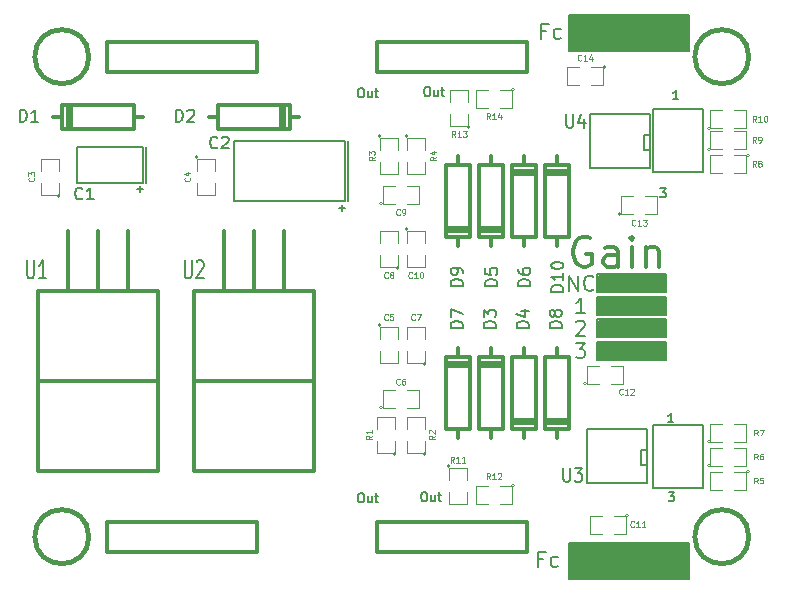
<source format=gto>
G04 (created by PCBNEW (2013-07-07 BZR 4022)-stable) date 12/7/2014 8:29:54 AM*
%MOIN*%
G04 Gerber Fmt 3.4, Leading zero omitted, Abs format*
%FSLAX34Y34*%
G01*
G70*
G90*
G04 APERTURE LIST*
%ADD10C,0.00590551*%
%ADD11C,0.00787402*%
%ADD12C,0.0075*%
%ADD13C,0.011811*%
%ADD14C,0.005*%
%ADD15C,0.0039*%
%ADD16C,0.012*%
%ADD17C,0.015*%
%ADD18C,0.0043*%
%ADD19C,0.008*%
%ADD20C,0.01*%
G04 APERTURE END LIST*
G54D10*
G54D11*
X69279Y-50011D02*
X73279Y-50011D01*
X69279Y-51211D02*
X69279Y-50011D01*
X73279Y-51211D02*
X69279Y-51211D01*
X73279Y-50011D02*
X73279Y-51211D01*
G54D12*
X68536Y-50551D02*
X68369Y-50551D01*
X68369Y-50813D02*
X68369Y-50313D01*
X68607Y-50313D01*
X69012Y-50789D02*
X68965Y-50813D01*
X68869Y-50813D01*
X68822Y-50789D01*
X68798Y-50766D01*
X68774Y-50718D01*
X68774Y-50575D01*
X68798Y-50527D01*
X68822Y-50504D01*
X68869Y-50480D01*
X68965Y-50480D01*
X69012Y-50504D01*
G54D11*
X69279Y-67611D02*
X69279Y-67711D01*
X73279Y-67611D02*
X69279Y-67611D01*
X73279Y-68811D02*
X73279Y-67611D01*
X69279Y-68811D02*
X73279Y-68811D01*
X69279Y-67611D02*
X69279Y-68811D01*
G54D12*
X68436Y-68151D02*
X68269Y-68151D01*
X68269Y-68413D02*
X68269Y-67913D01*
X68507Y-67913D01*
X68912Y-68389D02*
X68865Y-68413D01*
X68769Y-68413D01*
X68722Y-68389D01*
X68698Y-68366D01*
X68674Y-68318D01*
X68674Y-68175D01*
X68698Y-68127D01*
X68722Y-68104D01*
X68769Y-68080D01*
X68865Y-68080D01*
X68912Y-68104D01*
X64530Y-52421D02*
X64588Y-52421D01*
X64616Y-52435D01*
X64645Y-52464D01*
X64659Y-52521D01*
X64659Y-52621D01*
X64645Y-52678D01*
X64616Y-52707D01*
X64588Y-52721D01*
X64530Y-52721D01*
X64502Y-52707D01*
X64473Y-52678D01*
X64459Y-52621D01*
X64459Y-52521D01*
X64473Y-52464D01*
X64502Y-52435D01*
X64530Y-52421D01*
X64916Y-52521D02*
X64916Y-52721D01*
X64788Y-52521D02*
X64788Y-52678D01*
X64802Y-52707D01*
X64830Y-52721D01*
X64873Y-52721D01*
X64902Y-52707D01*
X64916Y-52693D01*
X65016Y-52521D02*
X65130Y-52521D01*
X65059Y-52421D02*
X65059Y-52678D01*
X65073Y-52707D01*
X65102Y-52721D01*
X65130Y-52721D01*
X62326Y-52461D02*
X62383Y-52461D01*
X62411Y-52475D01*
X62440Y-52503D01*
X62454Y-52561D01*
X62454Y-52661D01*
X62440Y-52718D01*
X62411Y-52746D01*
X62383Y-52761D01*
X62326Y-52761D01*
X62297Y-52746D01*
X62269Y-52718D01*
X62254Y-52661D01*
X62254Y-52561D01*
X62269Y-52503D01*
X62297Y-52475D01*
X62326Y-52461D01*
X62711Y-52561D02*
X62711Y-52761D01*
X62583Y-52561D02*
X62583Y-52718D01*
X62597Y-52746D01*
X62626Y-52761D01*
X62669Y-52761D01*
X62697Y-52746D01*
X62711Y-52732D01*
X62811Y-52561D02*
X62926Y-52561D01*
X62854Y-52461D02*
X62854Y-52718D01*
X62869Y-52746D01*
X62897Y-52761D01*
X62926Y-52761D01*
X62326Y-65964D02*
X62383Y-65964D01*
X62411Y-65979D01*
X62440Y-66007D01*
X62454Y-66064D01*
X62454Y-66164D01*
X62440Y-66222D01*
X62411Y-66250D01*
X62383Y-66264D01*
X62326Y-66264D01*
X62297Y-66250D01*
X62269Y-66222D01*
X62254Y-66164D01*
X62254Y-66064D01*
X62269Y-66007D01*
X62297Y-65979D01*
X62326Y-65964D01*
X62711Y-66064D02*
X62711Y-66264D01*
X62583Y-66064D02*
X62583Y-66222D01*
X62597Y-66250D01*
X62626Y-66264D01*
X62669Y-66264D01*
X62697Y-66250D01*
X62711Y-66236D01*
X62811Y-66064D02*
X62926Y-66064D01*
X62854Y-65964D02*
X62854Y-66222D01*
X62869Y-66250D01*
X62897Y-66264D01*
X62926Y-66264D01*
X64429Y-65932D02*
X64486Y-65932D01*
X64515Y-65946D01*
X64543Y-65975D01*
X64557Y-66032D01*
X64557Y-66132D01*
X64543Y-66189D01*
X64515Y-66218D01*
X64486Y-66232D01*
X64429Y-66232D01*
X64400Y-66218D01*
X64372Y-66189D01*
X64357Y-66132D01*
X64357Y-66032D01*
X64372Y-65975D01*
X64400Y-65946D01*
X64429Y-65932D01*
X64815Y-66032D02*
X64815Y-66232D01*
X64686Y-66032D02*
X64686Y-66189D01*
X64700Y-66218D01*
X64729Y-66232D01*
X64772Y-66232D01*
X64800Y-66218D01*
X64815Y-66204D01*
X64915Y-66032D02*
X65029Y-66032D01*
X64957Y-65932D02*
X64957Y-66189D01*
X64972Y-66218D01*
X65000Y-66232D01*
X65029Y-66232D01*
G54D11*
X72529Y-60911D02*
X72529Y-61511D01*
X70229Y-60911D02*
X72529Y-60911D01*
X70229Y-61511D02*
X72529Y-61511D01*
X70229Y-60911D02*
X70229Y-61511D01*
X72529Y-60161D02*
X70229Y-60161D01*
X72529Y-60761D02*
X72529Y-60161D01*
X70229Y-60761D02*
X72529Y-60761D01*
X70229Y-60161D02*
X70229Y-60761D01*
X72529Y-59261D02*
X70229Y-59261D01*
X72529Y-58661D02*
X72529Y-59261D01*
X70229Y-58661D02*
X72529Y-58661D01*
X70229Y-59261D02*
X70229Y-58661D01*
X72529Y-59411D02*
X70229Y-59411D01*
X72529Y-60011D02*
X72529Y-59411D01*
X70229Y-60011D02*
X72529Y-60011D01*
X70229Y-59411D02*
X70229Y-60011D01*
G54D12*
X69512Y-60963D02*
X69822Y-60963D01*
X69655Y-61154D01*
X69726Y-61154D01*
X69774Y-61177D01*
X69798Y-61201D01*
X69822Y-61249D01*
X69822Y-61368D01*
X69798Y-61416D01*
X69774Y-61439D01*
X69726Y-61463D01*
X69584Y-61463D01*
X69536Y-61439D01*
X69512Y-61416D01*
X69536Y-60261D02*
X69560Y-60237D01*
X69607Y-60213D01*
X69726Y-60213D01*
X69774Y-60237D01*
X69798Y-60261D01*
X69822Y-60308D01*
X69822Y-60356D01*
X69798Y-60427D01*
X69512Y-60713D01*
X69822Y-60713D01*
X69822Y-59963D02*
X69536Y-59963D01*
X69679Y-59963D02*
X69679Y-59463D01*
X69631Y-59535D01*
X69584Y-59582D01*
X69536Y-59606D01*
X72320Y-55801D02*
X72505Y-55801D01*
X72405Y-55915D01*
X72448Y-55915D01*
X72477Y-55930D01*
X72491Y-55944D01*
X72505Y-55972D01*
X72505Y-56044D01*
X72491Y-56072D01*
X72477Y-56087D01*
X72448Y-56101D01*
X72362Y-56101D01*
X72334Y-56087D01*
X72320Y-56072D01*
X72935Y-52831D02*
X72764Y-52831D01*
X72850Y-52831D02*
X72850Y-52531D01*
X72821Y-52574D01*
X72792Y-52602D01*
X72764Y-52617D01*
X72610Y-65931D02*
X72795Y-65931D01*
X72695Y-66045D01*
X72738Y-66045D01*
X72767Y-66060D01*
X72781Y-66074D01*
X72795Y-66102D01*
X72795Y-66174D01*
X72781Y-66202D01*
X72767Y-66217D01*
X72738Y-66231D01*
X72652Y-66231D01*
X72624Y-66217D01*
X72610Y-66202D01*
X72755Y-63601D02*
X72584Y-63601D01*
X72670Y-63601D02*
X72670Y-63301D01*
X72641Y-63344D01*
X72612Y-63372D01*
X72584Y-63387D01*
G54D13*
X69998Y-57463D02*
X69903Y-57416D01*
X69760Y-57416D01*
X69617Y-57463D01*
X69522Y-57558D01*
X69474Y-57654D01*
X69426Y-57844D01*
X69426Y-57987D01*
X69474Y-58177D01*
X69522Y-58273D01*
X69617Y-58368D01*
X69760Y-58416D01*
X69855Y-58416D01*
X69998Y-58368D01*
X70046Y-58320D01*
X70046Y-57987D01*
X69855Y-57987D01*
X70903Y-58416D02*
X70903Y-57892D01*
X70855Y-57796D01*
X70760Y-57749D01*
X70569Y-57749D01*
X70474Y-57796D01*
X70903Y-58368D02*
X70807Y-58416D01*
X70569Y-58416D01*
X70474Y-58368D01*
X70426Y-58273D01*
X70426Y-58177D01*
X70474Y-58082D01*
X70569Y-58035D01*
X70807Y-58035D01*
X70903Y-57987D01*
X71379Y-58416D02*
X71379Y-57749D01*
X71379Y-57416D02*
X71331Y-57463D01*
X71379Y-57511D01*
X71426Y-57463D01*
X71379Y-57416D01*
X71379Y-57511D01*
X71855Y-57749D02*
X71855Y-58416D01*
X71855Y-57844D02*
X71903Y-57796D01*
X71998Y-57749D01*
X72141Y-57749D01*
X72236Y-57796D01*
X72284Y-57892D01*
X72284Y-58416D01*
G54D12*
X69286Y-59213D02*
X69286Y-58713D01*
X69572Y-59213D01*
X69572Y-58713D01*
X70096Y-59166D02*
X70072Y-59189D01*
X70000Y-59213D01*
X69953Y-59213D01*
X69881Y-59189D01*
X69834Y-59142D01*
X69810Y-59094D01*
X69786Y-58999D01*
X69786Y-58927D01*
X69810Y-58832D01*
X69834Y-58785D01*
X69881Y-58737D01*
X69953Y-58713D01*
X70000Y-58713D01*
X70072Y-58737D01*
X70096Y-58761D01*
G54D14*
X71879Y-65611D02*
X69879Y-65611D01*
X69879Y-65611D02*
X69879Y-63811D01*
X69879Y-63811D02*
X71879Y-63811D01*
X71879Y-63811D02*
X71879Y-65611D01*
X71879Y-65011D02*
X71679Y-65011D01*
X71679Y-65011D02*
X71679Y-64511D01*
X71679Y-64511D02*
X71879Y-64511D01*
X71979Y-55111D02*
X69979Y-55111D01*
X69979Y-55111D02*
X69979Y-53311D01*
X69979Y-53311D02*
X71979Y-53311D01*
X71979Y-53311D02*
X71979Y-55111D01*
X71979Y-54511D02*
X71779Y-54511D01*
X71779Y-54511D02*
X71779Y-54011D01*
X71779Y-54011D02*
X71979Y-54011D01*
G54D15*
X67479Y-52511D02*
G75*
G03X67479Y-52511I-50J0D01*
G74*
G01*
X66979Y-52511D02*
X67379Y-52511D01*
X67379Y-52511D02*
X67379Y-53111D01*
X67379Y-53111D02*
X66979Y-53111D01*
X66579Y-53111D02*
X66179Y-53111D01*
X66179Y-53111D02*
X66179Y-52511D01*
X66179Y-52511D02*
X66579Y-52511D01*
X74000Y-65050D02*
G75*
G03X74000Y-65050I-50J0D01*
G74*
G01*
X74400Y-65050D02*
X74000Y-65050D01*
X74000Y-65050D02*
X74000Y-64450D01*
X74000Y-64450D02*
X74400Y-64450D01*
X74800Y-64450D02*
X75200Y-64450D01*
X75200Y-64450D02*
X75200Y-65050D01*
X75200Y-65050D02*
X74800Y-65050D01*
X74000Y-64250D02*
G75*
G03X74000Y-64250I-50J0D01*
G74*
G01*
X74400Y-64250D02*
X74000Y-64250D01*
X74000Y-64250D02*
X74000Y-63650D01*
X74000Y-63650D02*
X74400Y-63650D01*
X74800Y-63650D02*
X75200Y-63650D01*
X75200Y-63650D02*
X75200Y-64250D01*
X75200Y-64250D02*
X74800Y-64250D01*
X63929Y-54061D02*
G75*
G03X63929Y-54061I-50J0D01*
G74*
G01*
X63879Y-54511D02*
X63879Y-54111D01*
X63879Y-54111D02*
X64479Y-54111D01*
X64479Y-54111D02*
X64479Y-54511D01*
X64479Y-54911D02*
X64479Y-55311D01*
X64479Y-55311D02*
X63879Y-55311D01*
X63879Y-55311D02*
X63879Y-54911D01*
X63079Y-56311D02*
G75*
G03X63079Y-56311I-50J0D01*
G74*
G01*
X63479Y-56311D02*
X63079Y-56311D01*
X63079Y-56311D02*
X63079Y-55711D01*
X63079Y-55711D02*
X63479Y-55711D01*
X63879Y-55711D02*
X64279Y-55711D01*
X64279Y-55711D02*
X64279Y-56311D01*
X64279Y-56311D02*
X63879Y-56311D01*
X71029Y-56661D02*
G75*
G03X71029Y-56661I-50J0D01*
G74*
G01*
X71429Y-56661D02*
X71029Y-56661D01*
X71029Y-56661D02*
X71029Y-56061D01*
X71029Y-56061D02*
X71429Y-56061D01*
X71829Y-56061D02*
X72229Y-56061D01*
X72229Y-56061D02*
X72229Y-56661D01*
X72229Y-56661D02*
X71829Y-56661D01*
X70529Y-51761D02*
G75*
G03X70529Y-51761I-50J0D01*
G74*
G01*
X70029Y-51761D02*
X70429Y-51761D01*
X70429Y-51761D02*
X70429Y-52361D01*
X70429Y-52361D02*
X70029Y-52361D01*
X69629Y-52361D02*
X69229Y-52361D01*
X69229Y-52361D02*
X69229Y-51761D01*
X69229Y-51761D02*
X69629Y-51761D01*
X75300Y-54700D02*
G75*
G03X75300Y-54700I-50J0D01*
G74*
G01*
X74800Y-54700D02*
X75200Y-54700D01*
X75200Y-54700D02*
X75200Y-55300D01*
X75200Y-55300D02*
X74800Y-55300D01*
X74400Y-55300D02*
X74000Y-55300D01*
X74000Y-55300D02*
X74000Y-54700D01*
X74000Y-54700D02*
X74400Y-54700D01*
X74000Y-53800D02*
G75*
G03X74000Y-53800I-50J0D01*
G74*
G01*
X74400Y-53800D02*
X74000Y-53800D01*
X74000Y-53800D02*
X74000Y-53200D01*
X74000Y-53200D02*
X74400Y-53200D01*
X74800Y-53200D02*
X75200Y-53200D01*
X75200Y-53200D02*
X75200Y-53800D01*
X75200Y-53800D02*
X74800Y-53800D01*
X65979Y-53761D02*
G75*
G03X65979Y-53761I-50J0D01*
G74*
G01*
X65929Y-53311D02*
X65929Y-53711D01*
X65929Y-53711D02*
X65329Y-53711D01*
X65329Y-53711D02*
X65329Y-53311D01*
X65329Y-52911D02*
X65329Y-52511D01*
X65329Y-52511D02*
X65929Y-52511D01*
X65929Y-52511D02*
X65929Y-52911D01*
X63929Y-57161D02*
G75*
G03X63929Y-57161I-50J0D01*
G74*
G01*
X63879Y-57611D02*
X63879Y-57211D01*
X63879Y-57211D02*
X64479Y-57211D01*
X64479Y-57211D02*
X64479Y-57611D01*
X64479Y-58011D02*
X64479Y-58411D01*
X64479Y-58411D02*
X63879Y-58411D01*
X63879Y-58411D02*
X63879Y-58011D01*
X63629Y-58461D02*
G75*
G03X63629Y-58461I-50J0D01*
G74*
G01*
X63579Y-58011D02*
X63579Y-58411D01*
X63579Y-58411D02*
X62979Y-58411D01*
X62979Y-58411D02*
X62979Y-58011D01*
X62979Y-57611D02*
X62979Y-57211D01*
X62979Y-57211D02*
X63579Y-57211D01*
X63579Y-57211D02*
X63579Y-57611D01*
X63029Y-54061D02*
G75*
G03X63029Y-54061I-50J0D01*
G74*
G01*
X62979Y-54511D02*
X62979Y-54111D01*
X62979Y-54111D02*
X63579Y-54111D01*
X63579Y-54111D02*
X63579Y-54511D01*
X63579Y-54911D02*
X63579Y-55311D01*
X63579Y-55311D02*
X62979Y-55311D01*
X62979Y-55311D02*
X62979Y-54911D01*
X74000Y-54500D02*
G75*
G03X74000Y-54500I-50J0D01*
G74*
G01*
X74400Y-54500D02*
X74000Y-54500D01*
X74000Y-54500D02*
X74000Y-53900D01*
X74000Y-53900D02*
X74400Y-53900D01*
X74800Y-53900D02*
X75200Y-53900D01*
X75200Y-53900D02*
X75200Y-54500D01*
X75200Y-54500D02*
X74800Y-54500D01*
X69879Y-62311D02*
G75*
G03X69879Y-62311I-50J0D01*
G74*
G01*
X70279Y-62311D02*
X69879Y-62311D01*
X69879Y-62311D02*
X69879Y-61711D01*
X69879Y-61711D02*
X70279Y-61711D01*
X70679Y-61711D02*
X71079Y-61711D01*
X71079Y-61711D02*
X71079Y-62311D01*
X71079Y-62311D02*
X70679Y-62311D01*
X75300Y-65250D02*
G75*
G03X75300Y-65250I-50J0D01*
G74*
G01*
X74800Y-65250D02*
X75200Y-65250D01*
X75200Y-65250D02*
X75200Y-65850D01*
X75200Y-65850D02*
X74800Y-65850D01*
X74400Y-65850D02*
X74000Y-65850D01*
X74000Y-65850D02*
X74000Y-65250D01*
X74000Y-65250D02*
X74400Y-65250D01*
X71279Y-66711D02*
G75*
G03X71279Y-66711I-50J0D01*
G74*
G01*
X70779Y-66711D02*
X71179Y-66711D01*
X71179Y-66711D02*
X71179Y-67311D01*
X71179Y-67311D02*
X70779Y-67311D01*
X70379Y-67311D02*
X69979Y-67311D01*
X69979Y-67311D02*
X69979Y-66711D01*
X69979Y-66711D02*
X70379Y-66711D01*
X63079Y-63111D02*
G75*
G03X63079Y-63111I-50J0D01*
G74*
G01*
X63479Y-63111D02*
X63079Y-63111D01*
X63079Y-63111D02*
X63079Y-62511D01*
X63079Y-62511D02*
X63479Y-62511D01*
X63879Y-62511D02*
X64279Y-62511D01*
X64279Y-62511D02*
X64279Y-63111D01*
X64279Y-63111D02*
X63879Y-63111D01*
X52329Y-56061D02*
G75*
G03X52329Y-56061I-50J0D01*
G74*
G01*
X52279Y-55611D02*
X52279Y-56011D01*
X52279Y-56011D02*
X51679Y-56011D01*
X51679Y-56011D02*
X51679Y-55611D01*
X51679Y-55211D02*
X51679Y-54811D01*
X51679Y-54811D02*
X52279Y-54811D01*
X52279Y-54811D02*
X52279Y-55211D01*
X56929Y-54761D02*
G75*
G03X56929Y-54761I-50J0D01*
G74*
G01*
X56879Y-55211D02*
X56879Y-54811D01*
X56879Y-54811D02*
X57479Y-54811D01*
X57479Y-54811D02*
X57479Y-55211D01*
X57479Y-55611D02*
X57479Y-56011D01*
X57479Y-56011D02*
X56879Y-56011D01*
X56879Y-56011D02*
X56879Y-55611D01*
X64529Y-64661D02*
G75*
G03X64529Y-64661I-50J0D01*
G74*
G01*
X64479Y-64211D02*
X64479Y-64611D01*
X64479Y-64611D02*
X63879Y-64611D01*
X63879Y-64611D02*
X63879Y-64211D01*
X63879Y-63811D02*
X63879Y-63411D01*
X63879Y-63411D02*
X64479Y-63411D01*
X64479Y-63411D02*
X64479Y-63811D01*
X67479Y-65711D02*
G75*
G03X67479Y-65711I-50J0D01*
G74*
G01*
X66979Y-65711D02*
X67379Y-65711D01*
X67379Y-65711D02*
X67379Y-66311D01*
X67379Y-66311D02*
X66979Y-66311D01*
X66579Y-66311D02*
X66179Y-66311D01*
X66179Y-66311D02*
X66179Y-65711D01*
X66179Y-65711D02*
X66579Y-65711D01*
X65329Y-65061D02*
G75*
G03X65329Y-65061I-50J0D01*
G74*
G01*
X65279Y-65511D02*
X65279Y-65111D01*
X65279Y-65111D02*
X65879Y-65111D01*
X65879Y-65111D02*
X65879Y-65511D01*
X65879Y-65911D02*
X65879Y-66311D01*
X65879Y-66311D02*
X65279Y-66311D01*
X65279Y-66311D02*
X65279Y-65911D01*
X64529Y-61661D02*
G75*
G03X64529Y-61661I-50J0D01*
G74*
G01*
X64479Y-61211D02*
X64479Y-61611D01*
X64479Y-61611D02*
X63879Y-61611D01*
X63879Y-61611D02*
X63879Y-61211D01*
X63879Y-60811D02*
X63879Y-60411D01*
X63879Y-60411D02*
X64479Y-60411D01*
X64479Y-60411D02*
X64479Y-60811D01*
X63029Y-60361D02*
G75*
G03X63029Y-60361I-50J0D01*
G74*
G01*
X62979Y-60811D02*
X62979Y-60411D01*
X62979Y-60411D02*
X63579Y-60411D01*
X63579Y-60411D02*
X63579Y-60811D01*
X63579Y-61211D02*
X63579Y-61611D01*
X63579Y-61611D02*
X62979Y-61611D01*
X62979Y-61611D02*
X62979Y-61211D01*
X63529Y-64661D02*
G75*
G03X63529Y-64661I-50J0D01*
G74*
G01*
X63479Y-64211D02*
X63479Y-64611D01*
X63479Y-64611D02*
X62879Y-64611D01*
X62879Y-64611D02*
X62879Y-64211D01*
X62879Y-63811D02*
X62879Y-63411D01*
X62879Y-63411D02*
X63479Y-63411D01*
X63479Y-63411D02*
X63479Y-63811D01*
G54D16*
X65579Y-61111D02*
X65579Y-61411D01*
X65579Y-61411D02*
X65179Y-61411D01*
X65179Y-61411D02*
X65179Y-63811D01*
X65179Y-63811D02*
X65579Y-63811D01*
X65579Y-63811D02*
X65579Y-64111D01*
X65579Y-63811D02*
X65979Y-63811D01*
X65979Y-63811D02*
X65979Y-61411D01*
X65979Y-61411D02*
X65579Y-61411D01*
X65179Y-61611D02*
X65979Y-61611D01*
X65979Y-61711D02*
X65179Y-61711D01*
X60279Y-53411D02*
X59979Y-53411D01*
X59979Y-53411D02*
X59979Y-53011D01*
X59979Y-53011D02*
X57579Y-53011D01*
X57579Y-53011D02*
X57579Y-53411D01*
X57579Y-53411D02*
X57279Y-53411D01*
X57579Y-53411D02*
X57579Y-53811D01*
X57579Y-53811D02*
X59979Y-53811D01*
X59979Y-53811D02*
X59979Y-53411D01*
X59779Y-53011D02*
X59779Y-53811D01*
X59679Y-53811D02*
X59679Y-53011D01*
X65579Y-57711D02*
X65579Y-57411D01*
X65579Y-57411D02*
X65979Y-57411D01*
X65979Y-57411D02*
X65979Y-55011D01*
X65979Y-55011D02*
X65579Y-55011D01*
X65579Y-55011D02*
X65579Y-54711D01*
X65579Y-55011D02*
X65179Y-55011D01*
X65179Y-55011D02*
X65179Y-57411D01*
X65179Y-57411D02*
X65579Y-57411D01*
X65979Y-57211D02*
X65179Y-57211D01*
X65179Y-57111D02*
X65979Y-57111D01*
X68881Y-54709D02*
X68881Y-55009D01*
X68881Y-55009D02*
X68481Y-55009D01*
X68481Y-55009D02*
X68481Y-57409D01*
X68481Y-57409D02*
X68881Y-57409D01*
X68881Y-57409D02*
X68881Y-57709D01*
X68881Y-57409D02*
X69281Y-57409D01*
X69281Y-57409D02*
X69281Y-55009D01*
X69281Y-55009D02*
X68881Y-55009D01*
X68481Y-55209D02*
X69281Y-55209D01*
X69281Y-55309D02*
X68481Y-55309D01*
X66681Y-57709D02*
X66681Y-57409D01*
X66681Y-57409D02*
X67081Y-57409D01*
X67081Y-57409D02*
X67081Y-55009D01*
X67081Y-55009D02*
X66681Y-55009D01*
X66681Y-55009D02*
X66681Y-54709D01*
X66681Y-55009D02*
X66281Y-55009D01*
X66281Y-55009D02*
X66281Y-57409D01*
X66281Y-57409D02*
X66681Y-57409D01*
X67081Y-57209D02*
X66281Y-57209D01*
X66281Y-57109D02*
X67081Y-57109D01*
X67781Y-54709D02*
X67781Y-55009D01*
X67781Y-55009D02*
X67381Y-55009D01*
X67381Y-55009D02*
X67381Y-57409D01*
X67381Y-57409D02*
X67781Y-57409D01*
X67781Y-57409D02*
X67781Y-57709D01*
X67781Y-57409D02*
X68181Y-57409D01*
X68181Y-57409D02*
X68181Y-55009D01*
X68181Y-55009D02*
X67781Y-55009D01*
X67381Y-55209D02*
X68181Y-55209D01*
X68181Y-55309D02*
X67381Y-55309D01*
X52079Y-53411D02*
X52379Y-53411D01*
X52379Y-53411D02*
X52379Y-53811D01*
X52379Y-53811D02*
X54779Y-53811D01*
X54779Y-53811D02*
X54779Y-53411D01*
X54779Y-53411D02*
X55079Y-53411D01*
X54779Y-53411D02*
X54779Y-53011D01*
X54779Y-53011D02*
X52379Y-53011D01*
X52379Y-53011D02*
X52379Y-53411D01*
X52579Y-53811D02*
X52579Y-53011D01*
X52679Y-53011D02*
X52679Y-53811D01*
X68881Y-64109D02*
X68881Y-63809D01*
X68881Y-63809D02*
X69281Y-63809D01*
X69281Y-63809D02*
X69281Y-61409D01*
X69281Y-61409D02*
X68881Y-61409D01*
X68881Y-61409D02*
X68881Y-61109D01*
X68881Y-61409D02*
X68481Y-61409D01*
X68481Y-61409D02*
X68481Y-63809D01*
X68481Y-63809D02*
X68881Y-63809D01*
X69281Y-63609D02*
X68481Y-63609D01*
X68481Y-63509D02*
X69281Y-63509D01*
X67781Y-64109D02*
X67781Y-63809D01*
X67781Y-63809D02*
X68181Y-63809D01*
X68181Y-63809D02*
X68181Y-61409D01*
X68181Y-61409D02*
X67781Y-61409D01*
X67781Y-61409D02*
X67781Y-61109D01*
X67781Y-61409D02*
X67381Y-61409D01*
X67381Y-61409D02*
X67381Y-63809D01*
X67381Y-63809D02*
X67781Y-63809D01*
X68181Y-63609D02*
X67381Y-63609D01*
X67381Y-63509D02*
X68181Y-63509D01*
X66681Y-61109D02*
X66681Y-61409D01*
X66681Y-61409D02*
X66281Y-61409D01*
X66281Y-61409D02*
X66281Y-63809D01*
X66281Y-63809D02*
X66681Y-63809D01*
X66681Y-63809D02*
X66681Y-64109D01*
X66681Y-63809D02*
X67081Y-63809D01*
X67081Y-63809D02*
X67081Y-61409D01*
X67081Y-61409D02*
X66681Y-61409D01*
X66281Y-61609D02*
X67081Y-61609D01*
X67081Y-61709D02*
X66281Y-61709D01*
G54D10*
X61729Y-56361D02*
X61729Y-56561D01*
X61629Y-56461D02*
X61829Y-56461D01*
X61929Y-54211D02*
X61929Y-56211D01*
X61829Y-54211D02*
X61829Y-56211D01*
X61829Y-56211D02*
X58129Y-56211D01*
X58129Y-56211D02*
X58129Y-54211D01*
X58129Y-54211D02*
X61829Y-54211D01*
X54879Y-55811D02*
X55079Y-55811D01*
X54979Y-55711D02*
X54979Y-55911D01*
X55179Y-54411D02*
X55179Y-55611D01*
X55079Y-54411D02*
X52879Y-54411D01*
X52879Y-54411D02*
X52879Y-55611D01*
X52879Y-55611D02*
X55079Y-55611D01*
X55079Y-55611D02*
X55079Y-54411D01*
G54D16*
X59779Y-57211D02*
X59779Y-59211D01*
X58779Y-57211D02*
X58779Y-59211D01*
X57779Y-57211D02*
X57779Y-59211D01*
X60279Y-59211D02*
X56779Y-59211D01*
X56779Y-59211D02*
X56779Y-65211D01*
X56779Y-65211D02*
X60779Y-65211D01*
X60779Y-65211D02*
X60779Y-59211D01*
X60779Y-59211D02*
X60279Y-59211D01*
X57279Y-62211D02*
X60779Y-62211D01*
X57279Y-62211D02*
X56779Y-62211D01*
X54579Y-57211D02*
X54579Y-59211D01*
X53579Y-57211D02*
X53579Y-59211D01*
X52579Y-57211D02*
X52579Y-59211D01*
X55079Y-59211D02*
X51579Y-59211D01*
X51579Y-59211D02*
X51579Y-65211D01*
X51579Y-65211D02*
X55579Y-65211D01*
X55079Y-59211D02*
X55579Y-59211D01*
X52079Y-62211D02*
X55579Y-62211D01*
X52079Y-62211D02*
X51579Y-62211D01*
X55579Y-59211D02*
X55579Y-65211D01*
G54D17*
X75279Y-67411D02*
G75*
G03X75279Y-67411I-900J0D01*
G74*
G01*
X53279Y-67411D02*
G75*
G03X53279Y-67411I-900J0D01*
G74*
G01*
X53279Y-51411D02*
G75*
G03X53279Y-51411I-900J0D01*
G74*
G01*
X75279Y-51411D02*
G75*
G03X75279Y-51411I-900J0D01*
G74*
G01*
G54D16*
X53881Y-50909D02*
X53881Y-51909D01*
X58881Y-51909D02*
X58881Y-50909D01*
X53881Y-50909D02*
X58881Y-50909D01*
X58881Y-51909D02*
X53881Y-51909D01*
X53881Y-66909D02*
X53881Y-67909D01*
X58881Y-67909D02*
X58881Y-66909D01*
X53881Y-66909D02*
X58881Y-66909D01*
X58881Y-67909D02*
X53881Y-67909D01*
X62881Y-66909D02*
X62881Y-67909D01*
X67881Y-67909D02*
X67881Y-66909D01*
X62881Y-66909D02*
X67881Y-66909D01*
X67881Y-67909D02*
X62881Y-67909D01*
X62881Y-50909D02*
X62881Y-51909D01*
X67881Y-51909D02*
X67881Y-50909D01*
X62881Y-50909D02*
X67881Y-50909D01*
X67881Y-51909D02*
X62881Y-51909D01*
G54D10*
X72100Y-65800D02*
X72100Y-63700D01*
X72100Y-63700D02*
X73750Y-63700D01*
X73750Y-63700D02*
X73750Y-65800D01*
X72100Y-65800D02*
X73750Y-65800D01*
X72100Y-55250D02*
X72100Y-53150D01*
X72100Y-53150D02*
X73750Y-53150D01*
X73750Y-53150D02*
X73750Y-55250D01*
X72100Y-55250D02*
X73750Y-55250D01*
G54D14*
X69095Y-65132D02*
X69095Y-65496D01*
X69114Y-65539D01*
X69133Y-65560D01*
X69171Y-65582D01*
X69247Y-65582D01*
X69285Y-65560D01*
X69304Y-65539D01*
X69323Y-65496D01*
X69323Y-65132D01*
X69476Y-65132D02*
X69723Y-65132D01*
X69590Y-65303D01*
X69647Y-65303D01*
X69685Y-65325D01*
X69704Y-65346D01*
X69723Y-65389D01*
X69723Y-65496D01*
X69704Y-65539D01*
X69685Y-65560D01*
X69647Y-65582D01*
X69533Y-65582D01*
X69495Y-65560D01*
X69476Y-65539D01*
X69195Y-53332D02*
X69195Y-53696D01*
X69214Y-53739D01*
X69233Y-53760D01*
X69271Y-53782D01*
X69347Y-53782D01*
X69385Y-53760D01*
X69404Y-53739D01*
X69423Y-53696D01*
X69423Y-53332D01*
X69785Y-53482D02*
X69785Y-53782D01*
X69690Y-53310D02*
X69595Y-53632D01*
X69842Y-53632D01*
G54D18*
X66652Y-53490D02*
X66587Y-53397D01*
X66540Y-53490D02*
X66540Y-53293D01*
X66615Y-53293D01*
X66633Y-53303D01*
X66643Y-53312D01*
X66652Y-53331D01*
X66652Y-53359D01*
X66643Y-53378D01*
X66633Y-53387D01*
X66615Y-53397D01*
X66540Y-53397D01*
X66840Y-53490D02*
X66727Y-53490D01*
X66784Y-53490D02*
X66784Y-53293D01*
X66765Y-53322D01*
X66746Y-53340D01*
X66727Y-53350D01*
X67009Y-53359D02*
X67009Y-53490D01*
X66962Y-53284D02*
X66915Y-53425D01*
X67037Y-53425D01*
X75577Y-64839D02*
X75511Y-64745D01*
X75464Y-64839D02*
X75464Y-64642D01*
X75539Y-64642D01*
X75558Y-64652D01*
X75567Y-64661D01*
X75577Y-64680D01*
X75577Y-64708D01*
X75567Y-64727D01*
X75558Y-64736D01*
X75539Y-64745D01*
X75464Y-64745D01*
X75746Y-64642D02*
X75708Y-64642D01*
X75689Y-64652D01*
X75680Y-64661D01*
X75661Y-64689D01*
X75652Y-64727D01*
X75652Y-64802D01*
X75661Y-64820D01*
X75670Y-64830D01*
X75689Y-64839D01*
X75727Y-64839D01*
X75746Y-64830D01*
X75755Y-64820D01*
X75764Y-64802D01*
X75764Y-64755D01*
X75755Y-64736D01*
X75746Y-64727D01*
X75727Y-64717D01*
X75689Y-64717D01*
X75670Y-64727D01*
X75661Y-64736D01*
X75652Y-64755D01*
X75577Y-64039D02*
X75511Y-63945D01*
X75464Y-64039D02*
X75464Y-63842D01*
X75539Y-63842D01*
X75558Y-63852D01*
X75567Y-63861D01*
X75577Y-63880D01*
X75577Y-63908D01*
X75567Y-63927D01*
X75558Y-63936D01*
X75539Y-63945D01*
X75464Y-63945D01*
X75642Y-63842D02*
X75774Y-63842D01*
X75689Y-64039D01*
X64859Y-54744D02*
X64765Y-54809D01*
X64859Y-54856D02*
X64662Y-54856D01*
X64662Y-54781D01*
X64671Y-54762D01*
X64680Y-54753D01*
X64699Y-54744D01*
X64727Y-54744D01*
X64746Y-54753D01*
X64755Y-54762D01*
X64765Y-54781D01*
X64765Y-54856D01*
X64727Y-54575D02*
X64859Y-54575D01*
X64652Y-54622D02*
X64793Y-54669D01*
X64793Y-54547D01*
X63646Y-56672D02*
X63637Y-56681D01*
X63609Y-56690D01*
X63590Y-56690D01*
X63562Y-56681D01*
X63543Y-56662D01*
X63533Y-56644D01*
X63524Y-56606D01*
X63524Y-56578D01*
X63533Y-56540D01*
X63543Y-56522D01*
X63562Y-56503D01*
X63590Y-56493D01*
X63609Y-56493D01*
X63637Y-56503D01*
X63646Y-56512D01*
X63740Y-56690D02*
X63777Y-56690D01*
X63796Y-56681D01*
X63806Y-56672D01*
X63824Y-56644D01*
X63834Y-56606D01*
X63834Y-56531D01*
X63824Y-56512D01*
X63815Y-56503D01*
X63796Y-56493D01*
X63759Y-56493D01*
X63740Y-56503D01*
X63730Y-56512D01*
X63721Y-56531D01*
X63721Y-56578D01*
X63730Y-56597D01*
X63740Y-56606D01*
X63759Y-56615D01*
X63796Y-56615D01*
X63815Y-56606D01*
X63824Y-56597D01*
X63834Y-56578D01*
X71502Y-57022D02*
X71493Y-57031D01*
X71465Y-57040D01*
X71446Y-57040D01*
X71418Y-57031D01*
X71399Y-57012D01*
X71390Y-56994D01*
X71380Y-56956D01*
X71380Y-56928D01*
X71390Y-56890D01*
X71399Y-56872D01*
X71418Y-56853D01*
X71446Y-56843D01*
X71465Y-56843D01*
X71493Y-56853D01*
X71502Y-56862D01*
X71690Y-57040D02*
X71577Y-57040D01*
X71634Y-57040D02*
X71634Y-56843D01*
X71615Y-56872D01*
X71596Y-56890D01*
X71577Y-56900D01*
X71756Y-56843D02*
X71877Y-56843D01*
X71812Y-56919D01*
X71840Y-56919D01*
X71859Y-56928D01*
X71868Y-56937D01*
X71877Y-56956D01*
X71877Y-57003D01*
X71868Y-57022D01*
X71859Y-57031D01*
X71840Y-57040D01*
X71784Y-57040D01*
X71765Y-57031D01*
X71756Y-57022D01*
X69702Y-51522D02*
X69693Y-51531D01*
X69665Y-51540D01*
X69646Y-51540D01*
X69618Y-51531D01*
X69599Y-51512D01*
X69590Y-51494D01*
X69580Y-51456D01*
X69580Y-51428D01*
X69590Y-51390D01*
X69599Y-51372D01*
X69618Y-51353D01*
X69646Y-51343D01*
X69665Y-51343D01*
X69693Y-51353D01*
X69702Y-51362D01*
X69890Y-51540D02*
X69777Y-51540D01*
X69834Y-51540D02*
X69834Y-51343D01*
X69815Y-51372D01*
X69796Y-51390D01*
X69777Y-51400D01*
X70059Y-51409D02*
X70059Y-51540D01*
X70012Y-51334D02*
X69965Y-51475D01*
X70087Y-51475D01*
X75517Y-55079D02*
X75451Y-54985D01*
X75404Y-55079D02*
X75404Y-54882D01*
X75479Y-54882D01*
X75498Y-54892D01*
X75507Y-54901D01*
X75517Y-54920D01*
X75517Y-54948D01*
X75507Y-54967D01*
X75498Y-54976D01*
X75479Y-54985D01*
X75404Y-54985D01*
X75629Y-54967D02*
X75610Y-54957D01*
X75601Y-54948D01*
X75592Y-54929D01*
X75592Y-54920D01*
X75601Y-54901D01*
X75610Y-54892D01*
X75629Y-54882D01*
X75667Y-54882D01*
X75686Y-54892D01*
X75695Y-54901D01*
X75704Y-54920D01*
X75704Y-54929D01*
X75695Y-54948D01*
X75686Y-54957D01*
X75667Y-54967D01*
X75629Y-54967D01*
X75610Y-54976D01*
X75601Y-54985D01*
X75592Y-55004D01*
X75592Y-55042D01*
X75601Y-55060D01*
X75610Y-55070D01*
X75629Y-55079D01*
X75667Y-55079D01*
X75686Y-55070D01*
X75695Y-55060D01*
X75704Y-55042D01*
X75704Y-55004D01*
X75695Y-54985D01*
X75686Y-54976D01*
X75667Y-54967D01*
X75523Y-53579D02*
X75457Y-53485D01*
X75410Y-53579D02*
X75410Y-53382D01*
X75485Y-53382D01*
X75504Y-53392D01*
X75513Y-53401D01*
X75523Y-53420D01*
X75523Y-53448D01*
X75513Y-53467D01*
X75504Y-53476D01*
X75485Y-53485D01*
X75410Y-53485D01*
X75710Y-53579D02*
X75598Y-53579D01*
X75654Y-53579D02*
X75654Y-53382D01*
X75635Y-53410D01*
X75617Y-53429D01*
X75598Y-53439D01*
X75832Y-53382D02*
X75851Y-53382D01*
X75870Y-53392D01*
X75879Y-53401D01*
X75889Y-53420D01*
X75898Y-53457D01*
X75898Y-53504D01*
X75889Y-53542D01*
X75879Y-53560D01*
X75870Y-53570D01*
X75851Y-53579D01*
X75832Y-53579D01*
X75814Y-53570D01*
X75804Y-53560D01*
X75795Y-53542D01*
X75786Y-53504D01*
X75786Y-53457D01*
X75795Y-53420D01*
X75804Y-53401D01*
X75814Y-53392D01*
X75832Y-53382D01*
X65502Y-54090D02*
X65437Y-53997D01*
X65390Y-54090D02*
X65390Y-53893D01*
X65465Y-53893D01*
X65483Y-53903D01*
X65493Y-53912D01*
X65502Y-53931D01*
X65502Y-53959D01*
X65493Y-53978D01*
X65483Y-53987D01*
X65465Y-53997D01*
X65390Y-53997D01*
X65690Y-54090D02*
X65577Y-54090D01*
X65634Y-54090D02*
X65634Y-53893D01*
X65615Y-53922D01*
X65596Y-53940D01*
X65577Y-53950D01*
X65756Y-53893D02*
X65877Y-53893D01*
X65812Y-53969D01*
X65840Y-53969D01*
X65859Y-53978D01*
X65868Y-53987D01*
X65877Y-54006D01*
X65877Y-54053D01*
X65868Y-54072D01*
X65859Y-54081D01*
X65840Y-54090D01*
X65784Y-54090D01*
X65765Y-54081D01*
X65756Y-54072D01*
X64052Y-58772D02*
X64043Y-58781D01*
X64015Y-58790D01*
X63996Y-58790D01*
X63968Y-58781D01*
X63949Y-58762D01*
X63940Y-58744D01*
X63930Y-58706D01*
X63930Y-58678D01*
X63940Y-58640D01*
X63949Y-58622D01*
X63968Y-58603D01*
X63996Y-58593D01*
X64015Y-58593D01*
X64043Y-58603D01*
X64052Y-58612D01*
X64240Y-58790D02*
X64127Y-58790D01*
X64184Y-58790D02*
X64184Y-58593D01*
X64165Y-58622D01*
X64146Y-58640D01*
X64127Y-58650D01*
X64362Y-58593D02*
X64381Y-58593D01*
X64399Y-58603D01*
X64409Y-58612D01*
X64418Y-58631D01*
X64427Y-58669D01*
X64427Y-58715D01*
X64418Y-58753D01*
X64409Y-58772D01*
X64399Y-58781D01*
X64381Y-58790D01*
X64362Y-58790D01*
X64343Y-58781D01*
X64334Y-58772D01*
X64324Y-58753D01*
X64315Y-58715D01*
X64315Y-58669D01*
X64324Y-58631D01*
X64334Y-58612D01*
X64343Y-58603D01*
X64362Y-58593D01*
X63246Y-58772D02*
X63237Y-58781D01*
X63209Y-58790D01*
X63190Y-58790D01*
X63162Y-58781D01*
X63143Y-58762D01*
X63133Y-58744D01*
X63124Y-58706D01*
X63124Y-58678D01*
X63133Y-58640D01*
X63143Y-58622D01*
X63162Y-58603D01*
X63190Y-58593D01*
X63209Y-58593D01*
X63237Y-58603D01*
X63246Y-58612D01*
X63359Y-58678D02*
X63340Y-58669D01*
X63330Y-58659D01*
X63321Y-58640D01*
X63321Y-58631D01*
X63330Y-58612D01*
X63340Y-58603D01*
X63359Y-58593D01*
X63396Y-58593D01*
X63415Y-58603D01*
X63424Y-58612D01*
X63434Y-58631D01*
X63434Y-58640D01*
X63424Y-58659D01*
X63415Y-58669D01*
X63396Y-58678D01*
X63359Y-58678D01*
X63340Y-58687D01*
X63330Y-58697D01*
X63321Y-58715D01*
X63321Y-58753D01*
X63330Y-58772D01*
X63340Y-58781D01*
X63359Y-58790D01*
X63396Y-58790D01*
X63415Y-58781D01*
X63424Y-58772D01*
X63434Y-58753D01*
X63434Y-58715D01*
X63424Y-58697D01*
X63415Y-58687D01*
X63396Y-58678D01*
X62809Y-54744D02*
X62715Y-54809D01*
X62809Y-54856D02*
X62612Y-54856D01*
X62612Y-54781D01*
X62621Y-54762D01*
X62630Y-54753D01*
X62649Y-54744D01*
X62677Y-54744D01*
X62696Y-54753D01*
X62705Y-54762D01*
X62715Y-54781D01*
X62715Y-54856D01*
X62612Y-54678D02*
X62612Y-54556D01*
X62687Y-54622D01*
X62687Y-54593D01*
X62696Y-54575D01*
X62705Y-54565D01*
X62724Y-54556D01*
X62771Y-54556D01*
X62790Y-54565D01*
X62799Y-54575D01*
X62809Y-54593D01*
X62809Y-54650D01*
X62799Y-54669D01*
X62790Y-54678D01*
X75517Y-54279D02*
X75451Y-54185D01*
X75404Y-54279D02*
X75404Y-54082D01*
X75479Y-54082D01*
X75498Y-54092D01*
X75507Y-54101D01*
X75517Y-54120D01*
X75517Y-54148D01*
X75507Y-54167D01*
X75498Y-54176D01*
X75479Y-54185D01*
X75404Y-54185D01*
X75610Y-54279D02*
X75648Y-54279D01*
X75667Y-54270D01*
X75676Y-54260D01*
X75695Y-54232D01*
X75704Y-54195D01*
X75704Y-54120D01*
X75695Y-54101D01*
X75686Y-54092D01*
X75667Y-54082D01*
X75629Y-54082D01*
X75610Y-54092D01*
X75601Y-54101D01*
X75592Y-54120D01*
X75592Y-54167D01*
X75601Y-54185D01*
X75610Y-54195D01*
X75629Y-54204D01*
X75667Y-54204D01*
X75686Y-54195D01*
X75695Y-54185D01*
X75704Y-54167D01*
X71073Y-62660D02*
X71063Y-62670D01*
X71035Y-62679D01*
X71017Y-62679D01*
X70988Y-62670D01*
X70970Y-62651D01*
X70960Y-62632D01*
X70951Y-62595D01*
X70951Y-62567D01*
X70960Y-62529D01*
X70970Y-62510D01*
X70988Y-62492D01*
X71017Y-62482D01*
X71035Y-62482D01*
X71063Y-62492D01*
X71073Y-62501D01*
X71260Y-62679D02*
X71148Y-62679D01*
X71204Y-62679D02*
X71204Y-62482D01*
X71185Y-62510D01*
X71167Y-62529D01*
X71148Y-62539D01*
X71336Y-62501D02*
X71345Y-62492D01*
X71364Y-62482D01*
X71411Y-62482D01*
X71429Y-62492D01*
X71439Y-62501D01*
X71448Y-62520D01*
X71448Y-62539D01*
X71439Y-62567D01*
X71326Y-62679D01*
X71448Y-62679D01*
X75577Y-65639D02*
X75511Y-65545D01*
X75464Y-65639D02*
X75464Y-65442D01*
X75539Y-65442D01*
X75558Y-65452D01*
X75567Y-65461D01*
X75577Y-65480D01*
X75577Y-65508D01*
X75567Y-65527D01*
X75558Y-65536D01*
X75539Y-65545D01*
X75464Y-65545D01*
X75755Y-65442D02*
X75661Y-65442D01*
X75652Y-65536D01*
X75661Y-65527D01*
X75680Y-65517D01*
X75727Y-65517D01*
X75746Y-65527D01*
X75755Y-65536D01*
X75764Y-65555D01*
X75764Y-65602D01*
X75755Y-65620D01*
X75746Y-65630D01*
X75727Y-65639D01*
X75680Y-65639D01*
X75661Y-65630D01*
X75652Y-65620D01*
X71452Y-67072D02*
X71443Y-67081D01*
X71415Y-67090D01*
X71396Y-67090D01*
X71368Y-67081D01*
X71349Y-67062D01*
X71340Y-67044D01*
X71330Y-67006D01*
X71330Y-66978D01*
X71340Y-66940D01*
X71349Y-66922D01*
X71368Y-66903D01*
X71396Y-66893D01*
X71415Y-66893D01*
X71443Y-66903D01*
X71452Y-66912D01*
X71640Y-67090D02*
X71527Y-67090D01*
X71584Y-67090D02*
X71584Y-66893D01*
X71565Y-66922D01*
X71546Y-66940D01*
X71527Y-66950D01*
X71827Y-67090D02*
X71715Y-67090D01*
X71771Y-67090D02*
X71771Y-66893D01*
X71752Y-66922D01*
X71734Y-66940D01*
X71715Y-66950D01*
X63646Y-62322D02*
X63637Y-62331D01*
X63609Y-62340D01*
X63590Y-62340D01*
X63562Y-62331D01*
X63543Y-62312D01*
X63533Y-62294D01*
X63524Y-62256D01*
X63524Y-62228D01*
X63533Y-62190D01*
X63543Y-62172D01*
X63562Y-62153D01*
X63590Y-62143D01*
X63609Y-62143D01*
X63637Y-62153D01*
X63646Y-62162D01*
X63815Y-62143D02*
X63777Y-62143D01*
X63759Y-62153D01*
X63749Y-62162D01*
X63730Y-62190D01*
X63721Y-62228D01*
X63721Y-62303D01*
X63730Y-62322D01*
X63740Y-62331D01*
X63759Y-62340D01*
X63796Y-62340D01*
X63815Y-62331D01*
X63824Y-62322D01*
X63834Y-62303D01*
X63834Y-62256D01*
X63824Y-62237D01*
X63815Y-62228D01*
X63796Y-62219D01*
X63759Y-62219D01*
X63740Y-62228D01*
X63730Y-62237D01*
X63721Y-62256D01*
X51440Y-55444D02*
X51449Y-55453D01*
X51459Y-55481D01*
X51459Y-55500D01*
X51449Y-55528D01*
X51430Y-55547D01*
X51412Y-55556D01*
X51374Y-55566D01*
X51346Y-55566D01*
X51309Y-55556D01*
X51290Y-55547D01*
X51271Y-55528D01*
X51262Y-55500D01*
X51262Y-55481D01*
X51271Y-55453D01*
X51280Y-55444D01*
X51262Y-55378D02*
X51262Y-55256D01*
X51337Y-55322D01*
X51337Y-55293D01*
X51346Y-55275D01*
X51355Y-55265D01*
X51374Y-55256D01*
X51421Y-55256D01*
X51440Y-55265D01*
X51449Y-55275D01*
X51459Y-55293D01*
X51459Y-55350D01*
X51449Y-55369D01*
X51440Y-55378D01*
X56640Y-55444D02*
X56649Y-55453D01*
X56659Y-55481D01*
X56659Y-55500D01*
X56649Y-55528D01*
X56630Y-55547D01*
X56612Y-55556D01*
X56574Y-55566D01*
X56546Y-55566D01*
X56509Y-55556D01*
X56490Y-55547D01*
X56471Y-55528D01*
X56462Y-55500D01*
X56462Y-55481D01*
X56471Y-55453D01*
X56480Y-55444D01*
X56527Y-55275D02*
X56659Y-55275D01*
X56452Y-55322D02*
X56593Y-55369D01*
X56593Y-55247D01*
X64809Y-64044D02*
X64715Y-64109D01*
X64809Y-64156D02*
X64612Y-64156D01*
X64612Y-64081D01*
X64621Y-64062D01*
X64630Y-64053D01*
X64649Y-64044D01*
X64677Y-64044D01*
X64696Y-64053D01*
X64705Y-64062D01*
X64715Y-64081D01*
X64715Y-64156D01*
X64630Y-63969D02*
X64621Y-63959D01*
X64612Y-63940D01*
X64612Y-63893D01*
X64621Y-63875D01*
X64630Y-63865D01*
X64649Y-63856D01*
X64668Y-63856D01*
X64696Y-63865D01*
X64809Y-63978D01*
X64809Y-63856D01*
X66652Y-65490D02*
X66587Y-65397D01*
X66540Y-65490D02*
X66540Y-65293D01*
X66615Y-65293D01*
X66633Y-65303D01*
X66643Y-65312D01*
X66652Y-65331D01*
X66652Y-65359D01*
X66643Y-65378D01*
X66633Y-65387D01*
X66615Y-65397D01*
X66540Y-65397D01*
X66840Y-65490D02*
X66727Y-65490D01*
X66784Y-65490D02*
X66784Y-65293D01*
X66765Y-65322D01*
X66746Y-65340D01*
X66727Y-65350D01*
X66915Y-65312D02*
X66924Y-65303D01*
X66943Y-65293D01*
X66990Y-65293D01*
X67009Y-65303D01*
X67018Y-65312D01*
X67027Y-65331D01*
X67027Y-65350D01*
X67018Y-65378D01*
X66906Y-65490D01*
X67027Y-65490D01*
X65452Y-64940D02*
X65387Y-64847D01*
X65340Y-64940D02*
X65340Y-64743D01*
X65415Y-64743D01*
X65433Y-64753D01*
X65443Y-64762D01*
X65452Y-64781D01*
X65452Y-64809D01*
X65443Y-64828D01*
X65433Y-64837D01*
X65415Y-64847D01*
X65340Y-64847D01*
X65640Y-64940D02*
X65527Y-64940D01*
X65584Y-64940D02*
X65584Y-64743D01*
X65565Y-64772D01*
X65546Y-64790D01*
X65527Y-64800D01*
X65827Y-64940D02*
X65715Y-64940D01*
X65771Y-64940D02*
X65771Y-64743D01*
X65752Y-64772D01*
X65734Y-64790D01*
X65715Y-64800D01*
X64146Y-60172D02*
X64137Y-60181D01*
X64109Y-60190D01*
X64090Y-60190D01*
X64062Y-60181D01*
X64043Y-60162D01*
X64033Y-60144D01*
X64024Y-60106D01*
X64024Y-60078D01*
X64033Y-60040D01*
X64043Y-60022D01*
X64062Y-60003D01*
X64090Y-59993D01*
X64109Y-59993D01*
X64137Y-60003D01*
X64146Y-60012D01*
X64212Y-59993D02*
X64343Y-59993D01*
X64259Y-60190D01*
X63246Y-60172D02*
X63237Y-60181D01*
X63209Y-60190D01*
X63190Y-60190D01*
X63162Y-60181D01*
X63143Y-60162D01*
X63133Y-60144D01*
X63124Y-60106D01*
X63124Y-60078D01*
X63133Y-60040D01*
X63143Y-60022D01*
X63162Y-60003D01*
X63190Y-59993D01*
X63209Y-59993D01*
X63237Y-60003D01*
X63246Y-60012D01*
X63424Y-59993D02*
X63330Y-59993D01*
X63321Y-60087D01*
X63330Y-60078D01*
X63349Y-60069D01*
X63396Y-60069D01*
X63415Y-60078D01*
X63424Y-60087D01*
X63434Y-60106D01*
X63434Y-60153D01*
X63424Y-60172D01*
X63415Y-60181D01*
X63396Y-60190D01*
X63349Y-60190D01*
X63330Y-60181D01*
X63321Y-60172D01*
X62709Y-64044D02*
X62615Y-64109D01*
X62709Y-64156D02*
X62512Y-64156D01*
X62512Y-64081D01*
X62521Y-64062D01*
X62530Y-64053D01*
X62549Y-64044D01*
X62577Y-64044D01*
X62596Y-64053D01*
X62605Y-64062D01*
X62615Y-64081D01*
X62615Y-64156D01*
X62709Y-63856D02*
X62709Y-63969D01*
X62709Y-63912D02*
X62512Y-63912D01*
X62540Y-63931D01*
X62559Y-63950D01*
X62568Y-63969D01*
G54D19*
X65741Y-60456D02*
X65341Y-60456D01*
X65341Y-60361D01*
X65360Y-60304D01*
X65398Y-60266D01*
X65436Y-60246D01*
X65512Y-60227D01*
X65569Y-60227D01*
X65646Y-60246D01*
X65684Y-60266D01*
X65722Y-60304D01*
X65741Y-60361D01*
X65741Y-60456D01*
X65341Y-60094D02*
X65341Y-59827D01*
X65741Y-59999D01*
X56184Y-53573D02*
X56184Y-53173D01*
X56279Y-53173D01*
X56336Y-53192D01*
X56374Y-53230D01*
X56393Y-53268D01*
X56412Y-53344D01*
X56412Y-53401D01*
X56393Y-53477D01*
X56374Y-53516D01*
X56336Y-53554D01*
X56279Y-53573D01*
X56184Y-53573D01*
X56565Y-53211D02*
X56584Y-53192D01*
X56622Y-53173D01*
X56717Y-53173D01*
X56755Y-53192D01*
X56774Y-53211D01*
X56793Y-53249D01*
X56793Y-53287D01*
X56774Y-53344D01*
X56546Y-53573D01*
X56793Y-53573D01*
X65741Y-59056D02*
X65341Y-59056D01*
X65341Y-58961D01*
X65360Y-58904D01*
X65398Y-58866D01*
X65436Y-58846D01*
X65512Y-58827D01*
X65569Y-58827D01*
X65646Y-58846D01*
X65684Y-58866D01*
X65722Y-58904D01*
X65741Y-58961D01*
X65741Y-59056D01*
X65741Y-58637D02*
X65741Y-58561D01*
X65722Y-58523D01*
X65703Y-58504D01*
X65646Y-58466D01*
X65569Y-58446D01*
X65417Y-58446D01*
X65379Y-58466D01*
X65360Y-58485D01*
X65341Y-58523D01*
X65341Y-58599D01*
X65360Y-58637D01*
X65379Y-58656D01*
X65417Y-58675D01*
X65512Y-58675D01*
X65550Y-58656D01*
X65569Y-58637D01*
X65588Y-58599D01*
X65588Y-58523D01*
X65569Y-58485D01*
X65550Y-58466D01*
X65512Y-58446D01*
X69093Y-59245D02*
X68693Y-59245D01*
X68693Y-59149D01*
X68712Y-59092D01*
X68750Y-59054D01*
X68789Y-59035D01*
X68865Y-59016D01*
X68922Y-59016D01*
X68998Y-59035D01*
X69036Y-59054D01*
X69074Y-59092D01*
X69093Y-59149D01*
X69093Y-59245D01*
X69093Y-58635D02*
X69093Y-58864D01*
X69093Y-58749D02*
X68693Y-58749D01*
X68750Y-58788D01*
X68789Y-58826D01*
X68808Y-58864D01*
X68693Y-58388D02*
X68693Y-58349D01*
X68712Y-58311D01*
X68731Y-58292D01*
X68769Y-58273D01*
X68846Y-58254D01*
X68941Y-58254D01*
X69017Y-58273D01*
X69055Y-58292D01*
X69074Y-58311D01*
X69093Y-58349D01*
X69093Y-58388D01*
X69074Y-58426D01*
X69055Y-58445D01*
X69017Y-58464D01*
X68941Y-58483D01*
X68846Y-58483D01*
X68769Y-58464D01*
X68731Y-58445D01*
X68712Y-58426D01*
X68693Y-58388D01*
X66893Y-59054D02*
X66493Y-59054D01*
X66493Y-58959D01*
X66512Y-58902D01*
X66550Y-58864D01*
X66589Y-58845D01*
X66665Y-58826D01*
X66722Y-58826D01*
X66798Y-58845D01*
X66836Y-58864D01*
X66874Y-58902D01*
X66893Y-58959D01*
X66893Y-59054D01*
X66493Y-58464D02*
X66493Y-58654D01*
X66684Y-58673D01*
X66665Y-58654D01*
X66646Y-58616D01*
X66646Y-58521D01*
X66665Y-58483D01*
X66684Y-58464D01*
X66722Y-58445D01*
X66817Y-58445D01*
X66855Y-58464D01*
X66874Y-58483D01*
X66893Y-58521D01*
X66893Y-58616D01*
X66874Y-58654D01*
X66855Y-58673D01*
X67993Y-59054D02*
X67593Y-59054D01*
X67593Y-58959D01*
X67612Y-58902D01*
X67650Y-58864D01*
X67689Y-58845D01*
X67765Y-58826D01*
X67822Y-58826D01*
X67898Y-58845D01*
X67936Y-58864D01*
X67974Y-58902D01*
X67993Y-58959D01*
X67993Y-59054D01*
X67593Y-58483D02*
X67593Y-58559D01*
X67612Y-58597D01*
X67631Y-58616D01*
X67689Y-58654D01*
X67765Y-58673D01*
X67917Y-58673D01*
X67955Y-58654D01*
X67974Y-58635D01*
X67993Y-58597D01*
X67993Y-58521D01*
X67974Y-58483D01*
X67955Y-58464D01*
X67917Y-58445D01*
X67822Y-58445D01*
X67784Y-58464D01*
X67765Y-58483D01*
X67746Y-58521D01*
X67746Y-58597D01*
X67765Y-58635D01*
X67784Y-58654D01*
X67822Y-58673D01*
X50984Y-53573D02*
X50984Y-53173D01*
X51079Y-53173D01*
X51136Y-53192D01*
X51174Y-53230D01*
X51193Y-53268D01*
X51212Y-53344D01*
X51212Y-53401D01*
X51193Y-53477D01*
X51174Y-53516D01*
X51136Y-53554D01*
X51079Y-53573D01*
X50984Y-53573D01*
X51593Y-53573D02*
X51365Y-53573D01*
X51479Y-53573D02*
X51479Y-53173D01*
X51441Y-53230D01*
X51403Y-53268D01*
X51365Y-53287D01*
X69043Y-60454D02*
X68643Y-60454D01*
X68643Y-60359D01*
X68662Y-60302D01*
X68700Y-60264D01*
X68739Y-60245D01*
X68815Y-60226D01*
X68872Y-60226D01*
X68948Y-60245D01*
X68986Y-60264D01*
X69024Y-60302D01*
X69043Y-60359D01*
X69043Y-60454D01*
X68815Y-59997D02*
X68796Y-60035D01*
X68777Y-60054D01*
X68739Y-60073D01*
X68719Y-60073D01*
X68681Y-60054D01*
X68662Y-60035D01*
X68643Y-59997D01*
X68643Y-59921D01*
X68662Y-59883D01*
X68681Y-59864D01*
X68719Y-59845D01*
X68739Y-59845D01*
X68777Y-59864D01*
X68796Y-59883D01*
X68815Y-59921D01*
X68815Y-59997D01*
X68834Y-60035D01*
X68853Y-60054D01*
X68891Y-60073D01*
X68967Y-60073D01*
X69005Y-60054D01*
X69024Y-60035D01*
X69043Y-59997D01*
X69043Y-59921D01*
X69024Y-59883D01*
X69005Y-59864D01*
X68967Y-59845D01*
X68891Y-59845D01*
X68853Y-59864D01*
X68834Y-59883D01*
X68815Y-59921D01*
X67943Y-60454D02*
X67543Y-60454D01*
X67543Y-60359D01*
X67562Y-60302D01*
X67600Y-60264D01*
X67639Y-60245D01*
X67715Y-60226D01*
X67772Y-60226D01*
X67848Y-60245D01*
X67886Y-60264D01*
X67924Y-60302D01*
X67943Y-60359D01*
X67943Y-60454D01*
X67677Y-59883D02*
X67943Y-59883D01*
X67524Y-59978D02*
X67810Y-60073D01*
X67810Y-59826D01*
X66843Y-60454D02*
X66443Y-60454D01*
X66443Y-60359D01*
X66462Y-60302D01*
X66500Y-60264D01*
X66539Y-60245D01*
X66615Y-60226D01*
X66672Y-60226D01*
X66748Y-60245D01*
X66786Y-60264D01*
X66824Y-60302D01*
X66843Y-60359D01*
X66843Y-60454D01*
X66443Y-60092D02*
X66443Y-59845D01*
X66596Y-59978D01*
X66596Y-59921D01*
X66615Y-59883D01*
X66634Y-59864D01*
X66672Y-59845D01*
X66767Y-59845D01*
X66805Y-59864D01*
X66824Y-59883D01*
X66843Y-59921D01*
X66843Y-60035D01*
X66824Y-60073D01*
X66805Y-60092D01*
G54D10*
X57563Y-54433D02*
X57545Y-54451D01*
X57488Y-54470D01*
X57451Y-54470D01*
X57395Y-54451D01*
X57357Y-54414D01*
X57338Y-54376D01*
X57320Y-54301D01*
X57320Y-54245D01*
X57338Y-54170D01*
X57357Y-54133D01*
X57395Y-54095D01*
X57451Y-54076D01*
X57488Y-54076D01*
X57545Y-54095D01*
X57563Y-54114D01*
X57713Y-54114D02*
X57732Y-54095D01*
X57769Y-54076D01*
X57863Y-54076D01*
X57901Y-54095D01*
X57919Y-54114D01*
X57938Y-54151D01*
X57938Y-54189D01*
X57919Y-54245D01*
X57694Y-54470D01*
X57938Y-54470D01*
X53063Y-56133D02*
X53045Y-56151D01*
X52988Y-56170D01*
X52951Y-56170D01*
X52895Y-56151D01*
X52857Y-56114D01*
X52838Y-56076D01*
X52820Y-56001D01*
X52820Y-55945D01*
X52838Y-55870D01*
X52857Y-55833D01*
X52895Y-55795D01*
X52951Y-55776D01*
X52988Y-55776D01*
X53045Y-55795D01*
X53063Y-55814D01*
X53438Y-56170D02*
X53213Y-56170D01*
X53326Y-56170D02*
X53326Y-55776D01*
X53288Y-55833D01*
X53251Y-55870D01*
X53213Y-55889D01*
G54D19*
X56474Y-58204D02*
X56474Y-58689D01*
X56493Y-58746D01*
X56512Y-58775D01*
X56550Y-58804D01*
X56626Y-58804D01*
X56665Y-58775D01*
X56684Y-58746D01*
X56703Y-58689D01*
X56703Y-58204D01*
X56874Y-58261D02*
X56893Y-58232D01*
X56931Y-58204D01*
X57026Y-58204D01*
X57065Y-58232D01*
X57084Y-58261D01*
X57103Y-58318D01*
X57103Y-58375D01*
X57084Y-58461D01*
X56855Y-58804D01*
X57103Y-58804D01*
X51224Y-58204D02*
X51224Y-58689D01*
X51243Y-58746D01*
X51262Y-58775D01*
X51300Y-58804D01*
X51376Y-58804D01*
X51415Y-58775D01*
X51434Y-58746D01*
X51453Y-58689D01*
X51453Y-58204D01*
X51853Y-58804D02*
X51624Y-58804D01*
X51738Y-58804D02*
X51738Y-58204D01*
X51700Y-58289D01*
X51662Y-58346D01*
X51624Y-58375D01*
G54D10*
G36*
X72479Y-59211D02*
X70279Y-59211D01*
X70279Y-58711D01*
X72479Y-58711D01*
X72479Y-59211D01*
X72479Y-59211D01*
G37*
G54D20*
X72479Y-59211D02*
X70279Y-59211D01*
X70279Y-58711D01*
X72479Y-58711D01*
X72479Y-59211D01*
G54D10*
G36*
X72479Y-59961D02*
X70279Y-59961D01*
X70279Y-59461D01*
X72479Y-59461D01*
X72479Y-59961D01*
X72479Y-59961D01*
G37*
G54D20*
X72479Y-59961D02*
X70279Y-59961D01*
X70279Y-59461D01*
X72479Y-59461D01*
X72479Y-59961D01*
G54D10*
G36*
X72479Y-60711D02*
X70279Y-60711D01*
X70279Y-60211D01*
X72479Y-60211D01*
X72479Y-60711D01*
X72479Y-60711D01*
G37*
G54D20*
X72479Y-60711D02*
X70279Y-60711D01*
X70279Y-60211D01*
X72479Y-60211D01*
X72479Y-60711D01*
G54D10*
G36*
X72479Y-61461D02*
X70279Y-61461D01*
X70279Y-60961D01*
X72479Y-60961D01*
X72479Y-61461D01*
X72479Y-61461D01*
G37*
G54D20*
X72479Y-61461D02*
X70279Y-61461D01*
X70279Y-60961D01*
X72479Y-60961D01*
X72479Y-61461D01*
G54D10*
G36*
X73229Y-51161D02*
X69329Y-51161D01*
X69329Y-50061D01*
X73229Y-50061D01*
X73229Y-51161D01*
X73229Y-51161D01*
G37*
G54D20*
X73229Y-51161D02*
X69329Y-51161D01*
X69329Y-50061D01*
X73229Y-50061D01*
X73229Y-51161D01*
G54D10*
G36*
X73229Y-68761D02*
X69329Y-68761D01*
X69329Y-67661D01*
X73229Y-67661D01*
X73229Y-68761D01*
X73229Y-68761D01*
G37*
G54D20*
X73229Y-68761D02*
X69329Y-68761D01*
X69329Y-67661D01*
X73229Y-67661D01*
X73229Y-68761D01*
M02*

</source>
